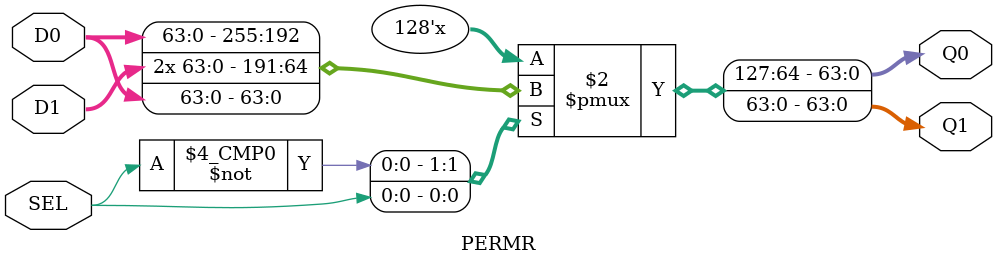
<source format=v>
`timescale 1ns/1ps

module INTERFACE1 (
    input  [0:0]  SEL_ITR,
    input  [0:0]  SEL_PERMR,
    input  [63:0] D0_IOBUF,
    input  [63:0] D1_IOBUF,
    input  [63:0] D0_FSC,
    input  [63:0] D1_FSC,
    output [63:0] Q0,
    output [63:0] Q1
);

wire [63:0] D [0:1];

assign D[0]  = SEL_ITR ? D0_FSC  : D0_IOBUF;
assign D[1]  = SEL_ITR ? D1_FSC  : D1_IOBUF;

PERMR I_PERMR_0 (
    .SEL(SEL_PERMR),
    .D0(D[0]),
    .D1(D[1]),
    .Q0(Q0),
    .Q1(Q1)
);

endmodule

module PERMR (
    input  [0:0]  SEL,
    input  [63:0] D0,
    input  [63:0] D1,
    output reg  [63:0] Q0,
    output reg  [63:0] Q1
);

always @(*) begin
    case (SEL)
       1'd0 :  {Q0,Q1} = {D0,D1};
       1'd1 :  {Q0,Q1} = {D1,D0};
    endcase
end

endmodule
</source>
